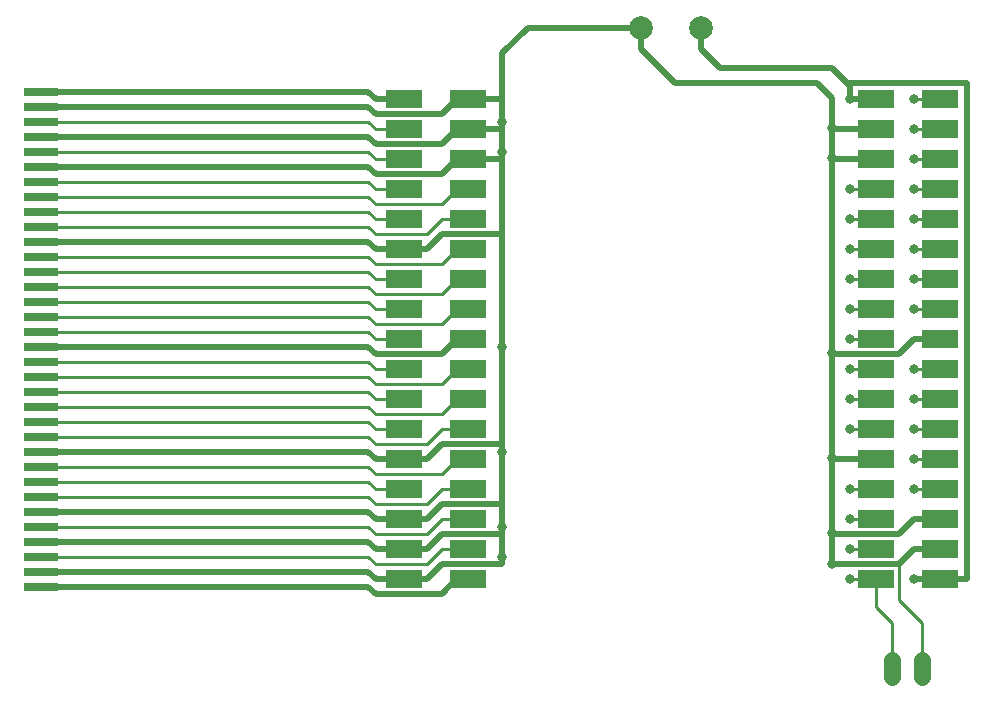
<source format=gbr>
G04 EAGLE Gerber RS-274X export*
G75*
%MOMM*%
%FSLAX34Y34*%
%LPD*%
%INTop Copper*%
%IPPOS*%
%AMOC8*
5,1,8,0,0,1.08239X$1,22.5*%
G01*
%ADD10R,3.100000X1.500000*%
%ADD11R,3.000000X0.750000*%
%ADD12C,1.422400*%
%ADD13C,2.000000*%
%ADD14C,0.508000*%
%ADD15C,0.254000*%
%ADD16C,0.806400*%


D10*
X377000Y151800D03*
X377000Y177200D03*
X377000Y202600D03*
X377000Y228000D03*
X377000Y253400D03*
X377000Y278800D03*
X377000Y304200D03*
X377000Y329600D03*
X377000Y355000D03*
X377000Y380400D03*
X377000Y405800D03*
X377000Y431200D03*
X377000Y456600D03*
X377000Y482000D03*
X377000Y507400D03*
X377000Y532800D03*
X377000Y558200D03*
X323000Y151800D03*
X323000Y177200D03*
X323000Y202600D03*
X323000Y228000D03*
X323000Y253400D03*
X323000Y278800D03*
X323000Y304200D03*
X323000Y329600D03*
X323000Y355000D03*
X323000Y380400D03*
X323000Y405800D03*
X323000Y431200D03*
X323000Y456600D03*
X323000Y482000D03*
X323000Y507400D03*
X323000Y532800D03*
X323000Y558200D03*
X777000Y151800D03*
X777000Y177200D03*
X777000Y202600D03*
X777000Y228000D03*
X777000Y253400D03*
X777000Y278800D03*
X777000Y304200D03*
X777000Y329600D03*
X777000Y355000D03*
X777000Y380400D03*
X777000Y405800D03*
X777000Y431200D03*
X777000Y456600D03*
X777000Y482000D03*
X777000Y507400D03*
X777000Y532800D03*
X777000Y558200D03*
X723000Y151800D03*
X723000Y177200D03*
X723000Y202600D03*
X723000Y228000D03*
X723000Y253400D03*
X723000Y278800D03*
X723000Y304200D03*
X723000Y329600D03*
X723000Y355000D03*
X723000Y380400D03*
X723000Y405800D03*
X723000Y431200D03*
X723000Y456600D03*
X723000Y482000D03*
X723000Y507400D03*
X723000Y532800D03*
X723000Y558200D03*
D11*
X16000Y145500D03*
X16000Y158200D03*
X16000Y170900D03*
X16000Y183600D03*
X16000Y196300D03*
X16000Y209000D03*
X16000Y221700D03*
X16000Y234400D03*
X16000Y247100D03*
X16000Y259800D03*
X16000Y272500D03*
X16000Y285200D03*
X16000Y297900D03*
X16000Y310600D03*
X16000Y323300D03*
X16000Y336000D03*
X16000Y348700D03*
X16000Y361400D03*
X16000Y374100D03*
X16000Y386800D03*
X16000Y399500D03*
X16000Y412200D03*
X16000Y424900D03*
X16000Y437600D03*
X16000Y450300D03*
X16000Y463000D03*
X16000Y475700D03*
X16000Y488400D03*
X16000Y501100D03*
X16000Y513800D03*
X16000Y526500D03*
X16000Y539200D03*
X16000Y551900D03*
X16000Y564600D03*
D12*
X762000Y83312D02*
X762000Y69088D01*
X736600Y69088D02*
X736600Y83312D01*
D13*
X574251Y618240D03*
X523451Y618240D03*
D14*
X292650Y145500D02*
X16000Y145500D01*
X292650Y145500D02*
X299085Y139065D01*
X354965Y139065D01*
X368300Y152400D01*
D15*
X376400Y152400D01*
X377000Y151800D01*
X292650Y170900D02*
X16000Y170900D01*
X292650Y170900D02*
X299085Y164465D01*
X342265Y164465D01*
X355000Y177200D02*
X377000Y177200D01*
X355000Y177200D02*
X342265Y164465D01*
X292650Y196300D02*
X16000Y196300D01*
X292650Y196300D02*
X299085Y189865D01*
X342265Y189865D01*
X355000Y202600D02*
X377000Y202600D01*
X355000Y202600D02*
X342265Y189865D01*
X292650Y221700D02*
X16000Y221700D01*
X292650Y221700D02*
X299085Y215265D01*
X342265Y215265D01*
X355000Y228000D02*
X377000Y228000D01*
X355000Y228000D02*
X342265Y215265D01*
X292650Y247100D02*
X16000Y247100D01*
X292650Y247100D02*
X299085Y240665D01*
X354965Y240665D01*
X367700Y253400D02*
X377000Y253400D01*
X367700Y253400D02*
X354965Y240665D01*
X292650Y272500D02*
X16000Y272500D01*
X292650Y272500D02*
X299085Y266065D01*
X342265Y266065D01*
X355000Y278800D02*
X377000Y278800D01*
X355000Y278800D02*
X342265Y266065D01*
X292650Y297900D02*
X16000Y297900D01*
X292650Y297900D02*
X299085Y291465D01*
X354965Y291465D01*
X367700Y304200D02*
X377000Y304200D01*
X367700Y304200D02*
X354965Y291465D01*
X292650Y323300D02*
X16000Y323300D01*
X292650Y323300D02*
X299085Y316865D01*
X354965Y316865D01*
X367700Y329600D02*
X377000Y329600D01*
X367700Y329600D02*
X354965Y316865D01*
D14*
X292650Y348700D02*
X16000Y348700D01*
X292650Y348700D02*
X299085Y342265D01*
X354965Y342265D01*
D15*
X367700Y355000D02*
X377000Y355000D01*
D14*
X367700Y355000D02*
X354965Y342265D01*
D15*
X292650Y374100D02*
X16000Y374100D01*
X292650Y374100D02*
X299085Y367665D01*
X354965Y367665D01*
X367700Y380400D02*
X377000Y380400D01*
X367700Y380400D02*
X354965Y367665D01*
X292650Y399500D02*
X16000Y399500D01*
X292650Y399500D02*
X299085Y393065D01*
X354965Y393065D01*
X367700Y405800D02*
X377000Y405800D01*
X367700Y405800D02*
X354965Y393065D01*
X292650Y424900D02*
X16000Y424900D01*
X292650Y424900D02*
X299085Y418465D01*
X354965Y418465D01*
X367700Y431200D02*
X377000Y431200D01*
X367700Y431200D02*
X354965Y418465D01*
X292650Y450300D02*
X16000Y450300D01*
X292650Y450300D02*
X299085Y443865D01*
X342265Y443865D01*
X355000Y456600D02*
X377000Y456600D01*
X355000Y456600D02*
X342265Y443865D01*
X292650Y475700D02*
X16000Y475700D01*
X292650Y475700D02*
X299085Y469265D01*
X354965Y469265D01*
X367700Y482000D02*
X377000Y482000D01*
X367700Y482000D02*
X354965Y469265D01*
X292650Y234400D02*
X16000Y234400D01*
X299050Y228000D02*
X323000Y228000D01*
X299050Y228000D02*
X292650Y234400D01*
X292650Y285200D02*
X16000Y285200D01*
X299050Y278800D02*
X323000Y278800D01*
X299050Y278800D02*
X292650Y285200D01*
X292650Y310600D02*
X16000Y310600D01*
X299050Y304200D02*
X323000Y304200D01*
X299050Y304200D02*
X292650Y310600D01*
X292650Y336000D02*
X16000Y336000D01*
X299050Y329600D02*
X323000Y329600D01*
X299050Y329600D02*
X292650Y336000D01*
X292650Y361400D02*
X16000Y361400D01*
X299050Y355000D02*
X323000Y355000D01*
X299050Y355000D02*
X292650Y361400D01*
X292650Y386800D02*
X16000Y386800D01*
X299050Y380400D02*
X323000Y380400D01*
X299050Y380400D02*
X292650Y386800D01*
X292650Y412200D02*
X16000Y412200D01*
X299050Y405800D02*
X323000Y405800D01*
X299050Y405800D02*
X292650Y412200D01*
X292650Y463000D02*
X16000Y463000D01*
X299050Y456600D02*
X323000Y456600D01*
X299050Y456600D02*
X292650Y463000D01*
X292650Y488400D02*
X16000Y488400D01*
X299050Y482000D02*
X323000Y482000D01*
X299050Y482000D02*
X292650Y488400D01*
X292650Y513800D02*
X16000Y513800D01*
X299050Y507400D02*
X323000Y507400D01*
X299050Y507400D02*
X292650Y513800D01*
X292650Y539200D02*
X16000Y539200D01*
X299050Y532800D02*
X323000Y532800D01*
X299050Y532800D02*
X292650Y539200D01*
D14*
X292650Y564600D02*
X16000Y564600D01*
X299050Y558200D02*
X323000Y558200D01*
X299050Y558200D02*
X292650Y564600D01*
D15*
X762000Y114300D02*
X762000Y76200D01*
D14*
X292650Y551900D02*
X16000Y551900D01*
X292650Y551900D02*
X299085Y545465D01*
X354965Y545465D01*
D15*
X367700Y558200D02*
X377000Y558200D01*
D14*
X367700Y558200D02*
X354965Y545465D01*
X292650Y526500D02*
X16000Y526500D01*
X292650Y526500D02*
X299085Y520065D01*
X354965Y520065D01*
D15*
X367700Y532800D02*
X377000Y532800D01*
D14*
X367700Y532800D02*
X354965Y520065D01*
X292650Y501100D02*
X16000Y501100D01*
X292650Y501100D02*
X299085Y494665D01*
X354965Y494665D01*
D15*
X367700Y507400D02*
X377000Y507400D01*
D14*
X367700Y507400D02*
X354965Y494665D01*
X292650Y437600D02*
X16000Y437600D01*
X299050Y431200D02*
X323000Y431200D01*
X299050Y431200D02*
X292650Y437600D01*
X292650Y259800D02*
X16000Y259800D01*
X299050Y253400D02*
X323000Y253400D01*
X299050Y253400D02*
X292650Y259800D01*
X292650Y209000D02*
X16000Y209000D01*
X299050Y202600D02*
X323000Y202600D01*
X299050Y202600D02*
X292650Y209000D01*
X292650Y183600D02*
X16000Y183600D01*
X299050Y177200D02*
X323000Y177200D01*
X299050Y177200D02*
X292650Y183600D01*
X292650Y158200D02*
X16000Y158200D01*
X299050Y151800D02*
X323000Y151800D01*
X299050Y151800D02*
X292650Y158200D01*
X323000Y151800D02*
X342300Y151800D01*
X354965Y164465D01*
X406400Y164465D01*
X406400Y170900D02*
X406400Y189865D01*
X406400Y190500D01*
X406400Y196215D01*
X406400Y215265D01*
X406400Y215900D01*
X406400Y259800D01*
X406400Y266065D01*
X406400Y266700D01*
X406400Y348700D01*
X406400Y443865D02*
X406400Y444500D01*
X406400Y508000D01*
X406400Y513715D01*
X406400Y533400D01*
X406400Y539115D01*
X406400Y558800D01*
X406400Y596900D01*
X427740Y618240D02*
X523451Y618240D01*
X427740Y618240D02*
X406400Y596900D01*
X405800Y558200D02*
X377000Y558200D01*
X405800Y558200D02*
X406400Y558800D01*
X405800Y532800D02*
X377000Y532800D01*
X405800Y532800D02*
X406400Y533400D01*
X405800Y507400D02*
X377000Y507400D01*
X405800Y507400D02*
X406400Y508000D01*
X342300Y431200D02*
X323000Y431200D01*
X342300Y431200D02*
X354965Y443865D01*
X406400Y443865D01*
X342300Y253400D02*
X323000Y253400D01*
X342300Y253400D02*
X354965Y266065D01*
X406400Y266065D01*
X342300Y202600D02*
X323000Y202600D01*
X342300Y202600D02*
X354965Y215265D01*
X406400Y215265D01*
X342300Y177200D02*
X323000Y177200D01*
X342300Y177200D02*
X354965Y189865D01*
X406400Y189865D01*
X685800Y164465D02*
X742315Y164465D01*
X685800Y164465D02*
X685800Y189865D01*
X685800Y190500D01*
X685800Y254000D01*
X685800Y342265D01*
X685800Y342900D01*
X685800Y508000D01*
X685800Y533400D01*
X685800Y558800D01*
X673100Y571500D01*
X552450Y571500D01*
X523451Y600499D02*
X523451Y618240D01*
X523451Y600499D02*
X552450Y571500D01*
X685800Y189865D02*
X742315Y189865D01*
X742315Y342265D02*
X686435Y342265D01*
D16*
X406400Y170900D03*
D14*
X406400Y164465D01*
D16*
X406400Y196215D03*
X406400Y259800D03*
X406400Y348700D03*
D14*
X406400Y443865D01*
D16*
X406400Y513715D03*
X406400Y539115D03*
D14*
X685800Y342265D02*
X686435Y342265D01*
D16*
X685800Y533400D03*
X685800Y164465D03*
X685800Y190500D03*
X685800Y254000D03*
D14*
X686435Y342265D02*
X685800Y342900D01*
D16*
X685800Y342900D03*
X685800Y508000D03*
D14*
X755050Y177200D02*
X777000Y177200D01*
X755050Y177200D02*
X742315Y164465D01*
X755050Y202600D02*
X777000Y202600D01*
X755050Y202600D02*
X742315Y189865D01*
X686400Y253400D02*
X685800Y254000D01*
X686400Y253400D02*
X723000Y253400D01*
X723000Y507400D02*
X686400Y507400D01*
X685800Y508000D01*
X686400Y532800D02*
X723000Y532800D01*
X686400Y532800D02*
X685800Y533400D01*
X755050Y355000D02*
X777000Y355000D01*
X755050Y355000D02*
X742315Y342265D01*
D15*
X742315Y164465D02*
X742315Y133985D01*
X762000Y114300D01*
X754980Y228000D02*
X777000Y228000D01*
X755015Y227965D02*
X754980Y228000D01*
D16*
X755015Y227965D03*
D15*
X754980Y253400D02*
X777000Y253400D01*
X755015Y253365D02*
X754980Y253400D01*
D16*
X755015Y253365D03*
D15*
X754980Y278800D02*
X777000Y278800D01*
X755015Y278765D02*
X754980Y278800D01*
D16*
X755015Y278765D03*
D15*
X754980Y304200D02*
X777000Y304200D01*
X755015Y304165D02*
X754980Y304200D01*
D16*
X755015Y304165D03*
D15*
X754980Y329600D02*
X777000Y329600D01*
X755015Y329565D02*
X754980Y329600D01*
D16*
X755015Y329565D03*
D15*
X754980Y380400D02*
X777000Y380400D01*
X755015Y380365D02*
X754980Y380400D01*
D16*
X755015Y380365D03*
D15*
X754980Y405800D02*
X777000Y405800D01*
X755015Y405765D02*
X754980Y405800D01*
D16*
X755015Y405765D03*
D15*
X754980Y431200D02*
X777000Y431200D01*
X755015Y431165D02*
X754980Y431200D01*
D16*
X755015Y431165D03*
D15*
X754980Y456600D02*
X777000Y456600D01*
X755015Y456565D02*
X754980Y456600D01*
D16*
X755015Y456565D03*
D15*
X754980Y482000D02*
X777000Y482000D01*
X755015Y481965D02*
X754980Y482000D01*
D16*
X755015Y481965D03*
D15*
X754980Y507400D02*
X777000Y507400D01*
X755015Y507365D02*
X754980Y507400D01*
D16*
X755015Y507365D03*
D15*
X754980Y532800D02*
X777000Y532800D01*
X755015Y532765D02*
X754980Y532800D01*
D16*
X755015Y532765D03*
D15*
X754980Y558200D02*
X777000Y558200D01*
X755015Y558165D02*
X754980Y558200D01*
D16*
X755015Y558165D03*
D15*
X723000Y151800D02*
X701075Y151800D01*
X701040Y151765D01*
D16*
X701040Y151765D03*
D15*
X736600Y114300D02*
X736600Y76200D01*
X723000Y127900D02*
X723000Y151800D01*
X723000Y127900D02*
X736600Y114300D01*
X723000Y177200D02*
X701075Y177200D01*
X701040Y177165D01*
D16*
X701040Y177165D03*
D15*
X701075Y202600D02*
X723000Y202600D01*
X701075Y202600D02*
X701040Y202565D01*
D16*
X701040Y202565D03*
D15*
X701075Y228000D02*
X723000Y228000D01*
X701075Y228000D02*
X701040Y227965D01*
D16*
X701040Y227965D03*
D15*
X701075Y278800D02*
X723000Y278800D01*
X701075Y278800D02*
X701040Y278765D01*
D16*
X701040Y278765D03*
D15*
X701075Y304200D02*
X723000Y304200D01*
X701075Y304200D02*
X701040Y304165D01*
D16*
X701040Y304165D03*
D15*
X701075Y329600D02*
X723000Y329600D01*
X701075Y329600D02*
X701040Y329565D01*
D16*
X701040Y329565D03*
D15*
X701075Y355000D02*
X723000Y355000D01*
X701075Y355000D02*
X701040Y354965D01*
D16*
X701040Y354965D03*
D15*
X701075Y380400D02*
X723000Y380400D01*
X701075Y380400D02*
X701040Y380365D01*
D16*
X701040Y380365D03*
D15*
X701075Y405800D02*
X723000Y405800D01*
X701075Y405800D02*
X701040Y405765D01*
D16*
X701040Y405765D03*
D15*
X701075Y431200D02*
X723000Y431200D01*
X701075Y431200D02*
X701040Y431165D01*
D16*
X701040Y431165D03*
D15*
X701075Y456600D02*
X723000Y456600D01*
X701075Y456600D02*
X701040Y456565D01*
D16*
X701040Y456565D03*
D15*
X701075Y482000D02*
X723000Y482000D01*
X701075Y482000D02*
X701040Y481965D01*
D16*
X701040Y481965D03*
D14*
X701075Y558200D02*
X723000Y558200D01*
D15*
X701075Y558200D02*
X701040Y558165D01*
D16*
X701040Y558165D03*
D14*
X754980Y151800D02*
X777000Y151800D01*
D15*
X755015Y151765D02*
X754980Y151800D01*
D16*
X755015Y151765D03*
D14*
X777000Y151800D02*
X799500Y151800D01*
X800100Y152400D01*
X800100Y571500D01*
X698500Y571500D02*
X685800Y584200D01*
X574251Y600499D02*
X574251Y618240D01*
X698500Y571500D02*
X800100Y571500D01*
X685800Y584200D02*
X590550Y584200D01*
X574251Y600499D01*
X701040Y568960D02*
X701040Y558165D01*
X701040Y568960D02*
X698500Y571500D01*
M02*

</source>
